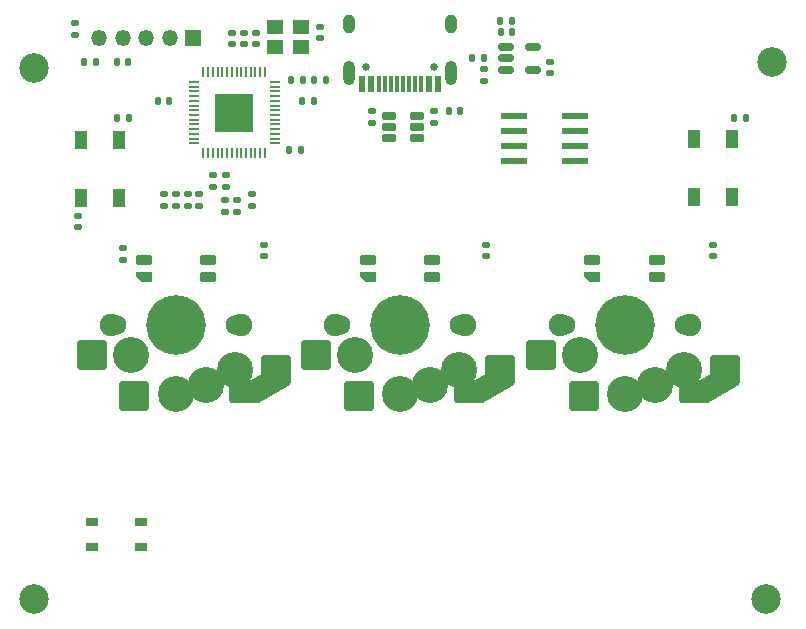
<source format=gbr>
%TF.GenerationSoftware,KiCad,Pcbnew,6.0.6+dfsg-1*%
%TF.CreationDate,2022-09-01T23:26:30-07:00*%
%TF.ProjectId,muon,6d756f6e-2e6b-4696-9361-645f70636258,rev?*%
%TF.SameCoordinates,Original*%
%TF.FileFunction,Soldermask,Top*%
%TF.FilePolarity,Negative*%
%FSLAX45Y45*%
G04 Gerber Fmt 4.5, Leading zero omitted, Abs format (unit mm)*
G04 Created by KiCad (PCBNEW 6.0.6+dfsg-1) date 2022-09-01 23:26:30*
%MOMM*%
%LPD*%
G01*
G04 APERTURE LIST*
G04 Aperture macros list*
%AMRoundRect*
0 Rectangle with rounded corners*
0 $1 Rounding radius*
0 $2 $3 $4 $5 $6 $7 $8 $9 X,Y pos of 4 corners*
0 Add a 4 corners polygon primitive as box body*
4,1,4,$2,$3,$4,$5,$6,$7,$8,$9,$2,$3,0*
0 Add four circle primitives for the rounded corners*
1,1,$1+$1,$2,$3*
1,1,$1+$1,$4,$5*
1,1,$1+$1,$6,$7*
1,1,$1+$1,$8,$9*
0 Add four rect primitives between the rounded corners*
20,1,$1+$1,$2,$3,$4,$5,0*
20,1,$1+$1,$4,$5,$6,$7,0*
20,1,$1+$1,$6,$7,$8,$9,0*
20,1,$1+$1,$8,$9,$2,$3,0*%
%AMFreePoly0*
4,1,18,-0.410000,0.265000,0.000000,0.675000,0.328000,0.675000,0.359380,0.668758,0.385983,0.650983,0.403758,0.624380,0.410000,0.593000,0.410000,-0.593000,0.403758,-0.624380,0.385983,-0.650983,0.359380,-0.668758,0.328000,-0.675000,-0.328000,-0.675000,-0.359380,-0.668758,-0.385983,-0.650983,-0.403758,-0.624380,-0.410000,-0.593000,-0.410000,0.265000,-0.410000,0.265000,$1*%
G04 Aperture macros list end*
%ADD10RoundRect,0.250000X-1.674038X-0.100481X-0.924038X-1.399519X1.674038X0.100481X0.924038X1.399519X0*%
%ADD11RoundRect,0.250000X-1.000000X-0.625000X1.000000X-0.625000X1.000000X0.625000X-1.000000X0.625000X0*%
%ADD12RoundRect,0.250000X-1.025000X-1.000000X1.025000X-1.000000X1.025000X1.000000X-1.025000X1.000000X0*%
%ADD13C,3.050000*%
%ADD14C,1.750000*%
%ADD15C,1.900000*%
%ADD16C,5.050000*%
%ADD17RoundRect,0.147500X0.147500X0.172500X-0.147500X0.172500X-0.147500X-0.172500X0.147500X-0.172500X0*%
%ADD18RoundRect,0.140000X-0.170000X0.140000X-0.170000X-0.140000X0.170000X-0.140000X0.170000X0.140000X0*%
%ADD19RoundRect,0.135000X0.185000X-0.135000X0.185000X0.135000X-0.185000X0.135000X-0.185000X-0.135000X0*%
%ADD20RoundRect,0.140000X0.140000X0.170000X-0.140000X0.170000X-0.140000X-0.170000X0.140000X-0.170000X0*%
%ADD21FreePoly0,90.000000*%
%ADD22RoundRect,0.082000X0.593000X-0.328000X0.593000X0.328000X-0.593000X0.328000X-0.593000X-0.328000X0*%
%ADD23RoundRect,0.140000X0.170000X-0.140000X0.170000X0.140000X-0.170000X0.140000X-0.170000X-0.140000X0*%
%ADD24C,2.500000*%
%ADD25RoundRect,0.135000X-0.185000X0.135000X-0.185000X-0.135000X0.185000X-0.135000X0.185000X0.135000X0*%
%ADD26R,1.000000X1.500000*%
%ADD27C,0.650000*%
%ADD28R,0.600000X1.450000*%
%ADD29R,0.300000X1.450000*%
%ADD30O,1.000000X1.600000*%
%ADD31O,1.000000X2.100000*%
%ADD32RoundRect,0.150000X-0.512500X-0.150000X0.512500X-0.150000X0.512500X0.150000X-0.512500X0.150000X0*%
%ADD33R,2.200000X0.600000*%
%ADD34RoundRect,0.135000X0.135000X0.185000X-0.135000X0.185000X-0.135000X-0.185000X0.135000X-0.185000X0*%
%ADD35R,1.050000X0.650000*%
%ADD36RoundRect,0.147500X-0.147500X-0.172500X0.147500X-0.172500X0.147500X0.172500X-0.147500X0.172500X0*%
%ADD37R,1.350000X1.350000*%
%ADD38O,1.350000X1.350000*%
%ADD39R,1.400000X1.200000*%
%ADD40RoundRect,0.140000X-0.140000X-0.170000X0.140000X-0.170000X0.140000X0.170000X-0.140000X0.170000X0*%
%ADD41RoundRect,0.050000X0.387500X0.050000X-0.387500X0.050000X-0.387500X-0.050000X0.387500X-0.050000X0*%
%ADD42RoundRect,0.050000X0.050000X0.387500X-0.050000X0.387500X-0.050000X-0.387500X0.050000X-0.387500X0*%
%ADD43R,3.200000X3.200000*%
%ADD44RoundRect,0.150000X0.475000X0.150000X-0.475000X0.150000X-0.475000X-0.150000X0.475000X-0.150000X0*%
G04 APERTURE END LIST*
D10*
%TO.C,SW7*%
X18035000Y-8675000D03*
D11*
X17835000Y-8755000D03*
D12*
X16546500Y-8429000D03*
D13*
X17509000Y-8683000D03*
X16874000Y-8429000D03*
D14*
X17763000Y-8175000D03*
X16747000Y-8175000D03*
D15*
X17805000Y-8175000D03*
X16705000Y-8175000D03*
D16*
X17255000Y-8175000D03*
D12*
X18105000Y-8555000D03*
X16905000Y-8775000D03*
D13*
X17755000Y-8555000D03*
X17255000Y-8765000D03*
%TD*%
D10*
%TO.C,SW2*%
X16130000Y-8675000D03*
D11*
X15930000Y-8755000D03*
D12*
X14641500Y-8429000D03*
D13*
X15604000Y-8683000D03*
X14969000Y-8429000D03*
D14*
X15858000Y-8175000D03*
X14842000Y-8175000D03*
D15*
X15900000Y-8175000D03*
X14800000Y-8175000D03*
D16*
X15350000Y-8175000D03*
D12*
X16200000Y-8555000D03*
X15000000Y-8775000D03*
D13*
X15850000Y-8555000D03*
X15350000Y-8765000D03*
%TD*%
D10*
%TO.C,SW1*%
X14230000Y-8675000D03*
D11*
X14030000Y-8755000D03*
D12*
X12741500Y-8429000D03*
D13*
X13704000Y-8683000D03*
X13069000Y-8429000D03*
D14*
X13958000Y-8175000D03*
X12942000Y-8175000D03*
D15*
X14000000Y-8175000D03*
X12900000Y-8175000D03*
D16*
X13450000Y-8175000D03*
D12*
X14300000Y-8555000D03*
X13100000Y-8775000D03*
D13*
X13950000Y-8555000D03*
X13450000Y-8765000D03*
%TD*%
D17*
%TO.C,F1*%
X16059750Y-5920000D03*
X15962750Y-5920000D03*
%TD*%
D18*
%TO.C,C16*%
X13450000Y-7072000D03*
X13450000Y-7168000D03*
%TD*%
D19*
%TO.C,R3*%
X15640000Y-6470000D03*
X15640000Y-6368000D03*
%TD*%
D18*
%TO.C,C1*%
X14130000Y-5702000D03*
X14130000Y-5798000D03*
%TD*%
%TO.C,C17*%
X13970000Y-7122000D03*
X13970000Y-7218000D03*
%TD*%
D20*
%TO.C,C14*%
X13396000Y-6280000D03*
X13300000Y-6280000D03*
%TD*%
D21*
%TO.C,LED2*%
X15077500Y-7775000D03*
D22*
X15077500Y-7625000D03*
X15622500Y-7775000D03*
X15622500Y-7625000D03*
%TD*%
D23*
%TO.C,C13*%
X14030000Y-5798000D03*
X14030000Y-5702000D03*
%TD*%
D24*
%TO.C,REF\u002A\u002A*%
X12250000Y-10500000D03*
%TD*%
D18*
%TO.C,C18*%
X13870000Y-7122000D03*
X13870000Y-7218000D03*
%TD*%
D20*
%TO.C,C21*%
X13048000Y-5950000D03*
X12952000Y-5950000D03*
%TD*%
D25*
%TO.C,R7*%
X13880000Y-6909000D03*
X13880000Y-7011000D03*
%TD*%
D18*
%TO.C,C6*%
X14200000Y-7596000D03*
X14200000Y-7500000D03*
%TD*%
D26*
%TO.C,D2*%
X18160000Y-6605000D03*
X17840000Y-6605000D03*
X17840000Y-7095000D03*
X18160000Y-7095000D03*
%TD*%
D27*
%TO.C,J2*%
X15061000Y-5994000D03*
X15639000Y-5994000D03*
D28*
X15675000Y-6138500D03*
X15595000Y-6138500D03*
D29*
X15475000Y-6138500D03*
X15375000Y-6138500D03*
X15325000Y-6138500D03*
X15225000Y-6138500D03*
D28*
X15105000Y-6138500D03*
X15025000Y-6138500D03*
X15025000Y-6138500D03*
X15105000Y-6138500D03*
D29*
X15175000Y-6138500D03*
X15275000Y-6138500D03*
X15425000Y-6138500D03*
X15525000Y-6138500D03*
D28*
X15595000Y-6138500D03*
X15675000Y-6138500D03*
D30*
X15782000Y-5629000D03*
X14918000Y-5629000D03*
D31*
X15782000Y-6047000D03*
X14918000Y-6047000D03*
%TD*%
D17*
%TO.C,D3*%
X14722000Y-6100000D03*
X14625000Y-6100000D03*
%TD*%
D32*
%TO.C,U2*%
X16247500Y-5825000D03*
X16247500Y-5920000D03*
X16247500Y-6015000D03*
X16475000Y-6015000D03*
X16475000Y-5825000D03*
%TD*%
D18*
%TO.C,C12*%
X13650000Y-7072000D03*
X13650000Y-7168000D03*
%TD*%
D20*
%TO.C,C23*%
X16298000Y-5700000D03*
X16202000Y-5700000D03*
%TD*%
D33*
%TO.C,U4*%
X16315000Y-6409500D03*
X16315000Y-6536500D03*
X16315000Y-6663500D03*
X16315000Y-6790500D03*
X16835000Y-6790500D03*
X16835000Y-6663500D03*
X16835000Y-6536500D03*
X16835000Y-6409500D03*
%TD*%
D34*
%TO.C,R9*%
X14524500Y-6100000D03*
X14422500Y-6100000D03*
%TD*%
D35*
%TO.C,SW3*%
X13157500Y-9842500D03*
X12742500Y-9842500D03*
X13157500Y-10057500D03*
X12742500Y-10057500D03*
%TD*%
D19*
%TO.C,R4*%
X15110000Y-6471000D03*
X15110000Y-6369000D03*
%TD*%
D36*
%TO.C,FB1*%
X15761500Y-6370000D03*
X15858500Y-6370000D03*
%TD*%
D25*
%TO.C,R6*%
X13770000Y-6909000D03*
X13770000Y-7011000D03*
%TD*%
D18*
%TO.C,C11*%
X14100000Y-7072000D03*
X14100000Y-7168000D03*
%TD*%
D21*
%TO.C,LED1*%
X13177500Y-7775000D03*
D22*
X13177500Y-7625000D03*
X13722500Y-7775000D03*
X13722500Y-7625000D03*
%TD*%
D20*
%TO.C,C4*%
X14618000Y-6280000D03*
X14522000Y-6280000D03*
%TD*%
D18*
%TO.C,C15*%
X13350000Y-7072000D03*
X13350000Y-7168000D03*
%TD*%
D24*
%TO.C,REF\u002A\u002A*%
X18450000Y-10500000D03*
%TD*%
D19*
%TO.C,R1*%
X12600000Y-5726000D03*
X12600000Y-5624000D03*
%TD*%
D37*
%TO.C,J1*%
X13600000Y-5750000D03*
D38*
X13400000Y-5750000D03*
X13200000Y-5750000D03*
X13000000Y-5750000D03*
X12800000Y-5750000D03*
%TD*%
D18*
%TO.C,C2*%
X16061250Y-6012000D03*
X16061250Y-6108000D03*
%TD*%
D26*
%TO.C,D1*%
X12650000Y-7100000D03*
X12970000Y-7100000D03*
X12970000Y-6610000D03*
X12650000Y-6610000D03*
%TD*%
D18*
%TO.C,C7*%
X12625000Y-7252000D03*
X12625000Y-7348000D03*
%TD*%
D23*
%TO.C,C10*%
X13930000Y-5798000D03*
X13930000Y-5702000D03*
%TD*%
D18*
%TO.C,C20*%
X13550000Y-7072000D03*
X13550000Y-7168000D03*
%TD*%
D24*
%TO.C,REF\u002A\u002A*%
X18500000Y-5950000D03*
%TD*%
D34*
%TO.C,R8*%
X12776000Y-5950000D03*
X12674000Y-5950000D03*
%TD*%
%TO.C,R10*%
X16300000Y-5600000D03*
X16198000Y-5600000D03*
%TD*%
D39*
%TO.C,Y1*%
X14294951Y-5826251D03*
X14514951Y-5826251D03*
X14514951Y-5656251D03*
X14294951Y-5656251D03*
%TD*%
D40*
%TO.C,C19*%
X14412000Y-6700000D03*
X14508000Y-6700000D03*
%TD*%
D23*
%TO.C,C5*%
X14669951Y-5749251D03*
X14669951Y-5653251D03*
%TD*%
D18*
%TO.C,C8*%
X18000000Y-7598000D03*
X18000000Y-7502000D03*
%TD*%
D21*
%TO.C,LED3*%
X16977500Y-7775000D03*
D22*
X16977500Y-7625000D03*
X17522500Y-7775000D03*
X17522500Y-7625000D03*
%TD*%
D20*
%TO.C,C9*%
X18275000Y-6425000D03*
X18179000Y-6425000D03*
%TD*%
D18*
%TO.C,C3*%
X16621250Y-5952000D03*
X16621250Y-6048000D03*
%TD*%
D25*
%TO.C,R2*%
X13000000Y-7626000D03*
X13000000Y-7524000D03*
%TD*%
D41*
%TO.C,U3*%
X14288750Y-6640000D03*
X14288750Y-6600000D03*
X14288750Y-6560000D03*
X14288750Y-6520000D03*
X14288750Y-6480000D03*
X14288750Y-6440000D03*
X14288750Y-6400000D03*
X14288750Y-6360000D03*
X14288750Y-6320000D03*
X14288750Y-6280000D03*
X14288750Y-6240000D03*
X14288750Y-6200000D03*
X14288750Y-6160000D03*
X14288750Y-6120000D03*
D42*
X14205000Y-6036250D03*
X14165000Y-6036250D03*
X14125000Y-6036250D03*
X14085000Y-6036250D03*
X14045000Y-6036250D03*
X14005000Y-6036250D03*
X13965000Y-6036250D03*
X13925000Y-6036250D03*
X13885000Y-6036250D03*
X13845000Y-6036250D03*
X13805000Y-6036250D03*
X13765000Y-6036250D03*
X13725000Y-6036250D03*
X13685000Y-6036250D03*
D41*
X13601250Y-6120000D03*
X13601250Y-6160000D03*
X13601250Y-6200000D03*
X13601250Y-6240000D03*
X13601250Y-6280000D03*
X13601250Y-6320000D03*
X13601250Y-6360000D03*
X13601250Y-6400000D03*
X13601250Y-6440000D03*
X13601250Y-6480000D03*
X13601250Y-6520000D03*
X13601250Y-6560000D03*
X13601250Y-6600000D03*
X13601250Y-6640000D03*
D42*
X13685000Y-6723750D03*
X13725000Y-6723750D03*
X13765000Y-6723750D03*
X13805000Y-6723750D03*
X13845000Y-6723750D03*
X13885000Y-6723750D03*
X13925000Y-6723750D03*
X13965000Y-6723750D03*
X14005000Y-6723750D03*
X14045000Y-6723750D03*
X14085000Y-6723750D03*
X14125000Y-6723750D03*
X14165000Y-6723750D03*
X14205000Y-6723750D03*
D43*
X13945000Y-6380000D03*
%TD*%
D18*
%TO.C,C22*%
X16075000Y-7598000D03*
X16075000Y-7502000D03*
%TD*%
D34*
%TO.C,R5*%
X13051000Y-6425000D03*
X12949000Y-6425000D03*
%TD*%
D44*
%TO.C,U1*%
X15492500Y-6595000D03*
X15492500Y-6500000D03*
X15492500Y-6405000D03*
X15257500Y-6405000D03*
X15257500Y-6500000D03*
X15257500Y-6595000D03*
%TD*%
D24*
%TO.C,REF\u002A\u002A*%
X12250000Y-6000000D03*
%TD*%
M02*

</source>
